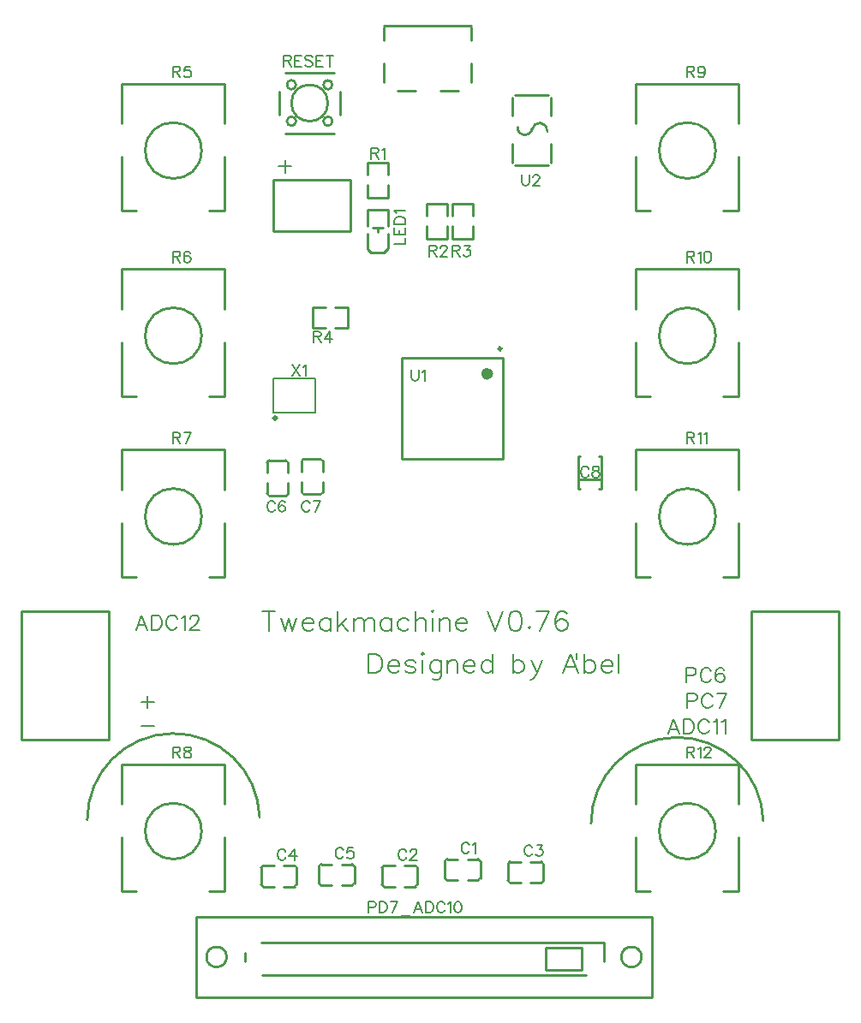
<source format=gto>
G04 Layer: TopSilkscreenLayer*
G04 EasyEDA v6.5.22, 2023-03-28 13:18:53*
G04 9d449dd0c0e0408fbd9c808f7c3628e3,f128b93731b54af8bf61243348d08170,10*
G04 Gerber Generator version 0.2*
G04 Scale: 100 percent, Rotated: No, Reflected: No *
G04 Dimensions in inches *
G04 leading zeros omitted , absolute positions ,3 integer and 6 decimal *
%FSLAX36Y36*%
%MOIN*%

%ADD10C,0.0080*%
%ADD11C,0.0060*%
%ADD12C,0.0100*%
%ADD13C,0.0236*%
%ADD14C,0.0118*%
%ADD15C,0.0124*%

%LPD*%
D10*
X2060000Y935700D02*
G01*
X2060000Y859400D01*
X2060000Y935700D02*
G01*
X2085500Y935700D01*
X2096400Y932100D01*
X2103599Y924800D01*
X2107299Y917500D01*
X2110900Y906599D01*
X2110900Y888499D01*
X2107299Y877500D01*
X2103599Y870300D01*
X2096400Y863000D01*
X2085500Y859400D01*
X2060000Y859400D01*
X2134899Y888499D02*
G01*
X2178500Y888499D01*
X2178500Y895700D01*
X2174899Y903000D01*
X2171300Y906599D01*
X2163999Y910300D01*
X2153100Y910300D01*
X2145799Y906599D01*
X2138500Y899400D01*
X2134899Y888499D01*
X2134899Y881199D01*
X2138500Y870300D01*
X2145799Y863000D01*
X2153100Y859400D01*
X2163999Y859400D01*
X2171300Y863000D01*
X2178500Y870300D01*
X2242500Y899400D02*
G01*
X2238900Y906599D01*
X2228000Y910300D01*
X2217100Y910300D01*
X2206199Y906599D01*
X2202500Y899400D01*
X2206199Y892100D01*
X2213500Y888499D01*
X2231599Y884800D01*
X2238900Y881199D01*
X2242500Y873899D01*
X2242500Y870300D01*
X2238900Y863000D01*
X2228000Y859400D01*
X2217100Y859400D01*
X2206199Y863000D01*
X2202500Y870300D01*
X2266499Y935700D02*
G01*
X2270200Y932100D01*
X2273800Y935700D01*
X2270200Y939400D01*
X2266499Y935700D01*
X2270200Y910300D02*
G01*
X2270200Y859400D01*
X2341499Y910300D02*
G01*
X2341499Y852100D01*
X2337799Y841199D01*
X2334200Y837500D01*
X2326899Y833899D01*
X2316000Y833899D01*
X2308699Y837500D01*
X2341499Y899400D02*
G01*
X2334200Y906599D01*
X2326899Y910300D01*
X2316000Y910300D01*
X2308699Y906599D01*
X2301499Y899400D01*
X2297799Y888499D01*
X2297799Y881199D01*
X2301499Y870300D01*
X2308699Y863000D01*
X2316000Y859400D01*
X2326899Y859400D01*
X2334200Y863000D01*
X2341499Y870300D01*
X2365500Y910300D02*
G01*
X2365500Y859400D01*
X2365500Y895700D02*
G01*
X2376400Y906599D01*
X2383599Y910300D01*
X2394499Y910300D01*
X2401800Y906599D01*
X2405500Y895700D01*
X2405500Y859400D01*
X2429499Y888499D02*
G01*
X2473100Y888499D01*
X2473100Y895700D01*
X2469499Y903000D01*
X2465799Y906599D01*
X2458500Y910300D01*
X2447600Y910300D01*
X2440399Y906599D01*
X2433100Y899400D01*
X2429499Y888499D01*
X2429499Y881199D01*
X2433100Y870300D01*
X2440399Y863000D01*
X2447600Y859400D01*
X2458500Y859400D01*
X2465799Y863000D01*
X2473100Y870300D01*
X2540699Y935700D02*
G01*
X2540699Y859400D01*
X2540699Y899400D02*
G01*
X2533500Y906599D01*
X2526199Y910300D01*
X2515299Y910300D01*
X2508000Y906599D01*
X2500699Y899400D01*
X2497100Y888499D01*
X2497100Y881199D01*
X2500699Y870300D01*
X2508000Y863000D01*
X2515299Y859400D01*
X2526199Y859400D01*
X2533500Y863000D01*
X2540699Y870300D01*
X2620699Y935700D02*
G01*
X2620699Y859400D01*
X2620699Y899400D02*
G01*
X2628000Y906599D01*
X2635299Y910300D01*
X2646199Y910300D01*
X2653500Y906599D01*
X2660699Y899400D01*
X2664399Y888499D01*
X2664399Y881199D01*
X2660699Y870300D01*
X2653500Y863000D01*
X2646199Y859400D01*
X2635299Y859400D01*
X2628000Y863000D01*
X2620699Y870300D01*
X2691999Y910300D02*
G01*
X2713800Y859400D01*
X2735600Y910300D02*
G01*
X2713800Y859400D01*
X2706499Y844800D01*
X2699300Y837500D01*
X2691999Y833899D01*
X2688400Y833899D01*
X2844700Y935700D02*
G01*
X2815600Y859400D01*
X2844700Y935700D02*
G01*
X2873800Y859400D01*
X2826499Y884800D02*
G01*
X2862899Y884800D01*
X2897799Y935700D02*
G01*
X2897799Y859400D01*
X2897799Y899400D02*
G01*
X2905100Y906599D01*
X2912399Y910300D01*
X2923299Y910300D01*
X2930500Y906599D01*
X2937799Y899400D01*
X2941499Y888499D01*
X2941499Y881199D01*
X2937799Y870300D01*
X2930500Y863000D01*
X2923299Y859400D01*
X2912399Y859400D01*
X2905100Y863000D01*
X2897799Y870300D01*
X2965500Y888499D02*
G01*
X3009099Y888499D01*
X3009099Y895700D01*
X3005500Y903000D01*
X3001800Y906599D01*
X2994499Y910300D01*
X2983599Y910300D01*
X2976400Y906599D01*
X2969099Y899400D01*
X2965500Y888499D01*
X2965500Y881199D01*
X2969099Y870300D01*
X2976400Y863000D01*
X2983599Y859400D01*
X2994499Y859400D01*
X3001800Y863000D01*
X3009099Y870300D01*
X3033100Y935700D02*
G01*
X3033100Y859400D01*
X1670500Y1100700D02*
G01*
X1670500Y1024400D01*
X1645000Y1100700D02*
G01*
X1695900Y1100700D01*
X1719899Y1075300D02*
G01*
X1734499Y1024400D01*
X1748999Y1075300D02*
G01*
X1734499Y1024400D01*
X1748999Y1075300D02*
G01*
X1763500Y1024400D01*
X1778100Y1075300D02*
G01*
X1763500Y1024400D01*
X1802100Y1053499D02*
G01*
X1845699Y1053499D01*
X1845699Y1060700D01*
X1842100Y1068000D01*
X1838500Y1071599D01*
X1831199Y1075300D01*
X1820299Y1075300D01*
X1813000Y1071599D01*
X1805699Y1064400D01*
X1802100Y1053499D01*
X1802100Y1046199D01*
X1805699Y1035300D01*
X1813000Y1028000D01*
X1820299Y1024400D01*
X1831199Y1024400D01*
X1838500Y1028000D01*
X1845699Y1035300D01*
X1913400Y1075300D02*
G01*
X1913400Y1024400D01*
X1913400Y1064400D02*
G01*
X1906099Y1071599D01*
X1898800Y1075300D01*
X1887899Y1075300D01*
X1880600Y1071599D01*
X1873400Y1064400D01*
X1869700Y1053499D01*
X1869700Y1046199D01*
X1873400Y1035300D01*
X1880600Y1028000D01*
X1887899Y1024400D01*
X1898800Y1024400D01*
X1906099Y1028000D01*
X1913400Y1035300D01*
X1937399Y1100700D02*
G01*
X1937399Y1024400D01*
X1973699Y1075300D02*
G01*
X1937399Y1038899D01*
X1951899Y1053499D02*
G01*
X1977399Y1024400D01*
X2001400Y1075300D02*
G01*
X2001400Y1024400D01*
X2001400Y1060700D02*
G01*
X2012299Y1071599D01*
X2019499Y1075300D01*
X2030500Y1075300D01*
X2037700Y1071599D01*
X2041400Y1060700D01*
X2041400Y1024400D01*
X2041400Y1060700D02*
G01*
X2052299Y1071599D01*
X2059499Y1075300D01*
X2070500Y1075300D01*
X2077700Y1071599D01*
X2081400Y1060700D01*
X2081400Y1024400D01*
X2148999Y1075300D02*
G01*
X2148999Y1024400D01*
X2148999Y1064400D02*
G01*
X2141700Y1071599D01*
X2134499Y1075300D01*
X2123500Y1075300D01*
X2116300Y1071599D01*
X2108999Y1064400D01*
X2105399Y1053499D01*
X2105399Y1046199D01*
X2108999Y1035300D01*
X2116300Y1028000D01*
X2123500Y1024400D01*
X2134499Y1024400D01*
X2141700Y1028000D01*
X2148999Y1035300D01*
X2216599Y1064400D02*
G01*
X2209399Y1071599D01*
X2202100Y1075300D01*
X2191199Y1075300D01*
X2183900Y1071599D01*
X2176599Y1064400D01*
X2173000Y1053499D01*
X2173000Y1046199D01*
X2176599Y1035300D01*
X2183900Y1028000D01*
X2191199Y1024400D01*
X2202100Y1024400D01*
X2209399Y1028000D01*
X2216599Y1035300D01*
X2240600Y1100700D02*
G01*
X2240600Y1024400D01*
X2240600Y1060700D02*
G01*
X2251499Y1071599D01*
X2258800Y1075300D01*
X2269700Y1075300D01*
X2276999Y1071599D01*
X2280600Y1060700D01*
X2280600Y1024400D01*
X2304600Y1100700D02*
G01*
X2308299Y1097100D01*
X2311899Y1100700D01*
X2308299Y1104400D01*
X2304600Y1100700D01*
X2308299Y1075300D02*
G01*
X2308299Y1024400D01*
X2335900Y1075300D02*
G01*
X2335900Y1024400D01*
X2335900Y1060700D02*
G01*
X2346800Y1071599D01*
X2354099Y1075300D01*
X2365000Y1075300D01*
X2372299Y1071599D01*
X2375900Y1060700D01*
X2375900Y1024400D01*
X2399899Y1053499D02*
G01*
X2443500Y1053499D01*
X2443500Y1060700D01*
X2439899Y1068000D01*
X2436300Y1071599D01*
X2428999Y1075300D01*
X2418100Y1075300D01*
X2410799Y1071599D01*
X2403500Y1064400D01*
X2399899Y1053499D01*
X2399899Y1046199D01*
X2403500Y1035300D01*
X2410799Y1028000D01*
X2418100Y1024400D01*
X2428999Y1024400D01*
X2436300Y1028000D01*
X2443500Y1035300D01*
X2523500Y1100700D02*
G01*
X2552600Y1024400D01*
X2581700Y1100700D02*
G01*
X2552600Y1024400D01*
X2627500Y1100700D02*
G01*
X2616599Y1097100D01*
X2609399Y1086199D01*
X2605699Y1068000D01*
X2605699Y1057100D01*
X2609399Y1038899D01*
X2616599Y1028000D01*
X2627500Y1024400D01*
X2634799Y1024400D01*
X2645699Y1028000D01*
X2653000Y1038899D01*
X2656599Y1057100D01*
X2656599Y1068000D01*
X2653000Y1086199D01*
X2645699Y1097100D01*
X2634799Y1100700D01*
X2627500Y1100700D01*
X2684300Y1042500D02*
G01*
X2680600Y1038899D01*
X2684300Y1035300D01*
X2687899Y1038899D01*
X2684300Y1042500D01*
X2762799Y1100700D02*
G01*
X2726499Y1024400D01*
X2711899Y1100700D02*
G01*
X2762799Y1100700D01*
X2830500Y1089800D02*
G01*
X2826800Y1097100D01*
X2815900Y1100700D01*
X2808599Y1100700D01*
X2797700Y1097100D01*
X2790500Y1086199D01*
X2786800Y1068000D01*
X2786800Y1049800D01*
X2790500Y1035300D01*
X2797700Y1028000D01*
X2808599Y1024400D01*
X2812299Y1024400D01*
X2823199Y1028000D01*
X2830500Y1035300D01*
X2834099Y1046199D01*
X2834099Y1049800D01*
X2830500Y1060700D01*
X2823199Y1068000D01*
X2812299Y1071599D01*
X2808599Y1071599D01*
X2797700Y1068000D01*
X2790500Y1060700D01*
X2786800Y1049800D01*
X2867299Y936599D02*
G01*
X2867299Y914800D01*
X3295000Y880500D02*
G01*
X3295000Y823299D01*
X3295000Y880500D02*
G01*
X3319499Y880500D01*
X3327700Y877800D01*
X3330500Y875100D01*
X3333199Y869600D01*
X3333199Y861500D01*
X3330500Y855999D01*
X3327700Y853299D01*
X3319499Y850500D01*
X3295000Y850500D01*
X3392100Y866900D02*
G01*
X3389399Y872399D01*
X3383900Y877800D01*
X3378500Y880500D01*
X3367500Y880500D01*
X3362100Y877800D01*
X3356599Y872399D01*
X3353900Y866900D01*
X3351199Y858699D01*
X3351199Y845100D01*
X3353900Y836900D01*
X3356599Y831500D01*
X3362100Y825999D01*
X3367500Y823299D01*
X3378500Y823299D01*
X3383900Y825999D01*
X3389399Y831500D01*
X3392100Y836900D01*
X3442799Y872399D02*
G01*
X3440100Y877800D01*
X3431899Y880500D01*
X3426499Y880500D01*
X3418299Y877800D01*
X3412799Y869600D01*
X3410100Y855999D01*
X3410100Y842399D01*
X3412799Y831500D01*
X3418299Y825999D01*
X3426499Y823299D01*
X3429200Y823299D01*
X3437399Y825999D01*
X3442799Y831500D01*
X3445500Y839600D01*
X3445500Y842399D01*
X3442799Y850500D01*
X3437399Y855999D01*
X3429200Y858699D01*
X3426499Y858699D01*
X3418299Y855999D01*
X3412799Y850500D01*
X3410100Y842399D01*
X3300000Y780500D02*
G01*
X3300000Y723299D01*
X3300000Y780500D02*
G01*
X3324499Y780500D01*
X3332700Y777800D01*
X3335500Y775100D01*
X3338199Y769600D01*
X3338199Y761500D01*
X3335500Y755999D01*
X3332700Y753299D01*
X3324499Y750500D01*
X3300000Y750500D01*
X3397100Y766900D02*
G01*
X3394399Y772399D01*
X3388900Y777800D01*
X3383500Y780500D01*
X3372500Y780500D01*
X3367100Y777800D01*
X3361599Y772399D01*
X3358900Y766900D01*
X3356199Y758699D01*
X3356199Y745100D01*
X3358900Y736900D01*
X3361599Y731500D01*
X3367100Y725999D01*
X3372500Y723299D01*
X3383500Y723299D01*
X3388900Y725999D01*
X3394399Y731500D01*
X3397100Y736900D01*
X3453299Y780500D02*
G01*
X3426000Y723299D01*
X3415100Y780500D02*
G01*
X3453299Y780500D01*
X3246800Y680500D02*
G01*
X3225000Y623299D01*
X3246800Y680500D02*
G01*
X3268599Y623299D01*
X3233199Y642399D02*
G01*
X3260500Y642399D01*
X3286599Y680500D02*
G01*
X3286599Y623299D01*
X3286599Y680500D02*
G01*
X3305699Y680500D01*
X3313900Y677800D01*
X3319399Y672399D01*
X3322100Y666900D01*
X3324799Y658699D01*
X3324799Y645100D01*
X3322100Y636900D01*
X3319399Y631500D01*
X3313900Y625999D01*
X3305699Y623299D01*
X3286599Y623299D01*
X3383699Y666900D02*
G01*
X3381000Y672399D01*
X3375500Y677800D01*
X3370100Y680500D01*
X3359200Y680500D01*
X3353699Y677800D01*
X3348299Y672399D01*
X3345500Y666900D01*
X3342799Y658699D01*
X3342799Y645100D01*
X3345500Y636900D01*
X3348299Y631500D01*
X3353699Y625999D01*
X3359200Y623299D01*
X3370100Y623299D01*
X3375500Y625999D01*
X3381000Y631500D01*
X3383699Y636900D01*
X3401700Y669600D02*
G01*
X3407200Y672399D01*
X3415399Y680500D01*
X3415399Y623299D01*
X3433400Y669600D02*
G01*
X3438800Y672399D01*
X3446999Y680500D01*
X3446999Y623299D01*
X1176800Y1085500D02*
G01*
X1155000Y1028299D01*
X1176800Y1085500D02*
G01*
X1198599Y1028299D01*
X1163199Y1047399D02*
G01*
X1190500Y1047399D01*
X1216599Y1085500D02*
G01*
X1216599Y1028299D01*
X1216599Y1085500D02*
G01*
X1235699Y1085500D01*
X1243900Y1082800D01*
X1249399Y1077399D01*
X1252100Y1071900D01*
X1254799Y1063699D01*
X1254799Y1050100D01*
X1252100Y1041900D01*
X1249399Y1036500D01*
X1243900Y1030999D01*
X1235699Y1028299D01*
X1216599Y1028299D01*
X1313699Y1071900D02*
G01*
X1311000Y1077399D01*
X1305500Y1082800D01*
X1300100Y1085500D01*
X1289200Y1085500D01*
X1283699Y1082800D01*
X1278299Y1077399D01*
X1275500Y1071900D01*
X1272799Y1063699D01*
X1272799Y1050100D01*
X1275500Y1041900D01*
X1278299Y1036500D01*
X1283699Y1030999D01*
X1289200Y1028299D01*
X1300100Y1028299D01*
X1305500Y1030999D01*
X1311000Y1036500D01*
X1313699Y1041900D01*
X1331700Y1074600D02*
G01*
X1337200Y1077399D01*
X1345399Y1085500D01*
X1345399Y1028299D01*
X1366099Y1071900D02*
G01*
X1366099Y1074600D01*
X1368800Y1080100D01*
X1371499Y1082800D01*
X1376999Y1085500D01*
X1387899Y1085500D01*
X1393400Y1082800D01*
X1396099Y1080100D01*
X1398800Y1074600D01*
X1398800Y1069200D01*
X1396099Y1063699D01*
X1390600Y1055500D01*
X1363400Y1028299D01*
X1401499Y1028299D01*
X1175000Y652800D02*
G01*
X1224099Y652800D01*
X1199499Y772399D02*
G01*
X1199499Y723299D01*
X1175000Y747800D02*
G01*
X1224099Y747800D01*
X1734499Y2857399D02*
G01*
X1734499Y2808299D01*
X1710000Y2832800D02*
G01*
X1759099Y2832800D01*
D11*
X2655005Y2800399D02*
G01*
X2655005Y2769699D01*
X2657004Y2763600D01*
X2661104Y2759499D01*
X2667304Y2757500D01*
X2671405Y2757500D01*
X2677505Y2759499D01*
X2681604Y2763600D01*
X2683604Y2769699D01*
X2683604Y2800399D01*
X2699205Y2790200D02*
G01*
X2699205Y2792199D01*
X2701205Y2796300D01*
X2703305Y2798400D01*
X2707404Y2800399D01*
X2715505Y2800399D01*
X2719605Y2798400D01*
X2721705Y2796300D01*
X2723705Y2792199D01*
X2723705Y2788099D01*
X2721705Y2784000D01*
X2717605Y2777899D01*
X2697105Y2757500D01*
X2725805Y2757500D01*
X2225000Y2040399D02*
G01*
X2225000Y2009699D01*
X2226999Y2003600D01*
X2231099Y1999499D01*
X2237299Y1997500D01*
X2241400Y1997500D01*
X2247500Y1999499D01*
X2251599Y2003600D01*
X2253599Y2009699D01*
X2253599Y2040399D01*
X2267100Y2032199D02*
G01*
X2271199Y2034299D01*
X2277399Y2040399D01*
X2277399Y1997500D01*
X2451329Y190199D02*
G01*
X2449229Y194299D01*
X2445129Y198400D01*
X2441130Y200399D01*
X2432929Y200399D01*
X2428829Y198400D01*
X2424729Y194299D01*
X2422629Y190199D01*
X2420630Y184000D01*
X2420630Y173800D01*
X2422629Y167699D01*
X2424729Y163600D01*
X2428829Y159499D01*
X2432929Y157500D01*
X2441130Y157500D01*
X2445129Y159499D01*
X2449229Y163600D01*
X2451329Y167699D01*
X2464830Y192199D02*
G01*
X2468930Y194299D01*
X2475029Y200399D01*
X2475029Y157500D01*
X2206329Y165199D02*
G01*
X2204229Y169299D01*
X2200129Y173400D01*
X2196130Y175399D01*
X2187929Y175399D01*
X2183829Y173400D01*
X2179729Y169299D01*
X2177629Y165199D01*
X2175630Y159000D01*
X2175630Y148800D01*
X2177629Y142699D01*
X2179729Y138600D01*
X2183829Y134499D01*
X2187929Y132500D01*
X2196130Y132500D01*
X2200129Y134499D01*
X2204229Y138600D01*
X2206329Y142699D01*
X2221830Y165199D02*
G01*
X2221830Y167199D01*
X2223930Y171300D01*
X2225929Y173400D01*
X2230029Y175399D01*
X2238230Y175399D01*
X2242330Y173400D01*
X2244330Y171300D01*
X2246430Y167199D01*
X2246430Y163099D01*
X2244330Y159000D01*
X2240230Y152899D01*
X2219830Y132500D01*
X2248429Y132500D01*
X2696329Y180199D02*
G01*
X2694229Y184299D01*
X2690129Y188400D01*
X2686130Y190399D01*
X2677929Y190399D01*
X2673829Y188400D01*
X2669729Y184299D01*
X2667629Y180199D01*
X2665630Y174000D01*
X2665630Y163800D01*
X2667629Y157699D01*
X2669729Y153600D01*
X2673829Y149499D01*
X2677929Y147500D01*
X2686130Y147500D01*
X2690129Y149499D01*
X2694229Y153600D01*
X2696329Y157699D01*
X2713930Y190399D02*
G01*
X2736430Y190399D01*
X2724129Y174000D01*
X2730230Y174000D01*
X2734330Y171999D01*
X2736430Y170000D01*
X2738429Y163800D01*
X2738429Y159699D01*
X2736430Y153600D01*
X2732330Y149499D01*
X2726130Y147500D01*
X2720029Y147500D01*
X2713930Y149499D01*
X2711830Y151500D01*
X2709830Y155599D01*
X1736329Y165199D02*
G01*
X1734229Y169299D01*
X1730129Y173400D01*
X1726130Y175399D01*
X1717929Y175399D01*
X1713829Y173400D01*
X1709729Y169299D01*
X1707629Y165199D01*
X1705630Y159000D01*
X1705630Y148800D01*
X1707629Y142699D01*
X1709729Y138600D01*
X1713829Y134499D01*
X1717929Y132500D01*
X1726130Y132500D01*
X1730129Y134499D01*
X1734229Y138600D01*
X1736329Y142699D01*
X1770230Y175399D02*
G01*
X1749830Y146799D01*
X1780529Y146799D01*
X1770230Y175399D02*
G01*
X1770230Y132500D01*
X2070000Y2905399D02*
G01*
X2070000Y2862500D01*
X2070000Y2905399D02*
G01*
X2088400Y2905399D01*
X2094499Y2903400D01*
X2096599Y2901300D01*
X2098599Y2897199D01*
X2098599Y2893099D01*
X2096599Y2889000D01*
X2094499Y2886999D01*
X2088400Y2885000D01*
X2070000Y2885000D01*
X2084300Y2885000D02*
G01*
X2098599Y2862500D01*
X2112100Y2897199D02*
G01*
X2116199Y2899299D01*
X2122399Y2905399D01*
X2122399Y2862500D01*
X2159600Y2530000D02*
G01*
X2202500Y2530000D01*
X2202500Y2530000D02*
G01*
X2202500Y2554499D01*
X2159600Y2568000D02*
G01*
X2202500Y2568000D01*
X2159600Y2568000D02*
G01*
X2159600Y2594600D01*
X2180000Y2568000D02*
G01*
X2180000Y2584400D01*
X2202500Y2568000D02*
G01*
X2202500Y2594600D01*
X2159600Y2608099D02*
G01*
X2202500Y2608099D01*
X2159600Y2608099D02*
G01*
X2159600Y2622500D01*
X2161599Y2628600D01*
X2165699Y2632700D01*
X2169799Y2634699D01*
X2176000Y2636799D01*
X2186199Y2636799D01*
X2192299Y2634699D01*
X2196400Y2632700D01*
X2200500Y2628600D01*
X2202500Y2622500D01*
X2202500Y2608099D01*
X2167799Y2650300D02*
G01*
X2165699Y2654400D01*
X2159600Y2660500D01*
X2202500Y2660500D01*
X2060000Y-29600D02*
G01*
X2060000Y-72500D01*
X2060000Y-29600D02*
G01*
X2078400Y-29600D01*
X2084499Y-31599D01*
X2086599Y-33699D01*
X2088599Y-37800D01*
X2088599Y-43899D01*
X2086599Y-48000D01*
X2084499Y-50000D01*
X2078400Y-52100D01*
X2060000Y-52100D01*
X2102100Y-29600D02*
G01*
X2102100Y-72500D01*
X2102100Y-29600D02*
G01*
X2116499Y-29600D01*
X2122600Y-31599D01*
X2126700Y-35700D01*
X2128699Y-39800D01*
X2130799Y-45999D01*
X2130799Y-56199D01*
X2128699Y-62300D01*
X2126700Y-66399D01*
X2122600Y-70500D01*
X2116499Y-72500D01*
X2102100Y-72500D01*
X2172899Y-29600D02*
G01*
X2152500Y-72500D01*
X2144300Y-29600D02*
G01*
X2172899Y-29600D01*
X2186400Y-86900D02*
G01*
X2223199Y-86900D01*
X2253100Y-29600D02*
G01*
X2236700Y-72500D01*
X2253100Y-29600D02*
G01*
X2269499Y-72500D01*
X2242899Y-58200D02*
G01*
X2263299Y-58200D01*
X2283000Y-29600D02*
G01*
X2283000Y-72500D01*
X2283000Y-29600D02*
G01*
X2297299Y-29600D01*
X2303400Y-31599D01*
X2307500Y-35700D01*
X2309499Y-39800D01*
X2311599Y-45999D01*
X2311599Y-56199D01*
X2309499Y-62300D01*
X2307500Y-66399D01*
X2303400Y-70500D01*
X2297299Y-72500D01*
X2283000Y-72500D01*
X2355799Y-39800D02*
G01*
X2353699Y-35700D01*
X2349600Y-31599D01*
X2345500Y-29600D01*
X2337399Y-29600D01*
X2333299Y-31599D01*
X2329200Y-35700D01*
X2327100Y-39800D01*
X2325100Y-45999D01*
X2325100Y-56199D01*
X2327100Y-62300D01*
X2329200Y-66399D01*
X2333299Y-70500D01*
X2337399Y-72500D01*
X2345500Y-72500D01*
X2349600Y-70500D01*
X2353699Y-66399D01*
X2355799Y-62300D01*
X2369300Y-37800D02*
G01*
X2373400Y-35700D01*
X2379499Y-29600D01*
X2379499Y-72500D01*
X2405299Y-29600D02*
G01*
X2399099Y-31599D01*
X2395000Y-37800D01*
X2393000Y-48000D01*
X2393000Y-54099D01*
X2395000Y-64400D01*
X2399099Y-70500D01*
X2405299Y-72500D01*
X2409399Y-72500D01*
X2415500Y-70500D01*
X2419600Y-64400D01*
X2421599Y-54099D01*
X2421599Y-48000D01*
X2419600Y-37800D01*
X2415500Y-31599D01*
X2409399Y-29600D01*
X2405299Y-29600D01*
X1730000Y3265399D02*
G01*
X1730000Y3222500D01*
X1730000Y3265399D02*
G01*
X1748400Y3265399D01*
X1754499Y3263400D01*
X1756599Y3261300D01*
X1758599Y3257199D01*
X1758599Y3253099D01*
X1756599Y3249000D01*
X1754499Y3246999D01*
X1748400Y3245000D01*
X1730000Y3245000D01*
X1744300Y3245000D02*
G01*
X1758599Y3222500D01*
X1772100Y3265399D02*
G01*
X1772100Y3222500D01*
X1772100Y3265399D02*
G01*
X1798699Y3265399D01*
X1772100Y3245000D02*
G01*
X1788500Y3245000D01*
X1772100Y3222500D02*
G01*
X1798699Y3222500D01*
X1840900Y3259299D02*
G01*
X1836800Y3263400D01*
X1830600Y3265399D01*
X1822500Y3265399D01*
X1816300Y3263400D01*
X1812200Y3259299D01*
X1812200Y3255200D01*
X1814300Y3251100D01*
X1816300Y3249000D01*
X1820399Y3246999D01*
X1832700Y3242899D01*
X1836800Y3240900D01*
X1838800Y3238800D01*
X1840900Y3234699D01*
X1840900Y3228600D01*
X1836800Y3224499D01*
X1830600Y3222500D01*
X1822500Y3222500D01*
X1816300Y3224499D01*
X1812200Y3228600D01*
X1854399Y3265399D02*
G01*
X1854399Y3222500D01*
X1854399Y3265399D02*
G01*
X1881000Y3265399D01*
X1854399Y3245000D02*
G01*
X1870699Y3245000D01*
X1854399Y3222500D02*
G01*
X1881000Y3222500D01*
X1908800Y3265399D02*
G01*
X1908800Y3222500D01*
X1894499Y3265399D02*
G01*
X1923100Y3265399D01*
X1761809Y2060210D02*
G01*
X1790410Y2017310D01*
X1790410Y2060210D02*
G01*
X1761809Y2017310D01*
X1803909Y2052010D02*
G01*
X1808010Y2054110D01*
X1814210Y2060210D01*
X1814210Y2017310D01*
X1845000Y2190399D02*
G01*
X1845000Y2147500D01*
X1845000Y2190399D02*
G01*
X1863400Y2190399D01*
X1869499Y2188400D01*
X1871599Y2186300D01*
X1873599Y2182199D01*
X1873599Y2178099D01*
X1871599Y2174000D01*
X1869499Y2171999D01*
X1863400Y2170000D01*
X1845000Y2170000D01*
X1859300Y2170000D02*
G01*
X1873599Y2147500D01*
X1907600Y2190399D02*
G01*
X1887100Y2161799D01*
X1917799Y2161799D01*
X1907600Y2190399D02*
G01*
X1907600Y2147500D01*
X1961329Y170199D02*
G01*
X1959229Y174299D01*
X1955129Y178400D01*
X1951130Y180399D01*
X1942929Y180399D01*
X1938829Y178400D01*
X1934729Y174299D01*
X1932629Y170199D01*
X1930630Y164000D01*
X1930630Y153800D01*
X1932629Y147699D01*
X1934729Y143600D01*
X1938829Y139499D01*
X1942929Y137500D01*
X1951130Y137500D01*
X1955129Y139499D01*
X1959229Y143600D01*
X1961329Y147699D01*
X1999330Y180399D02*
G01*
X1978930Y180399D01*
X1976830Y161999D01*
X1978930Y164000D01*
X1985029Y166100D01*
X1991130Y166100D01*
X1997330Y164000D01*
X2001430Y160000D01*
X2003429Y153800D01*
X2003429Y149699D01*
X2001430Y143600D01*
X1997330Y139499D01*
X1991130Y137500D01*
X1985029Y137500D01*
X1978930Y139499D01*
X1976830Y141500D01*
X1974830Y145599D01*
X1298225Y3222604D02*
G01*
X1298225Y3179704D01*
X1298225Y3222604D02*
G01*
X1316625Y3222604D01*
X1322725Y3220605D01*
X1324825Y3218505D01*
X1326824Y3214405D01*
X1326824Y3210304D01*
X1324825Y3206205D01*
X1322725Y3204205D01*
X1316625Y3202204D01*
X1298225Y3202204D01*
X1312524Y3202204D02*
G01*
X1326824Y3179704D01*
X1364925Y3222604D02*
G01*
X1344425Y3222604D01*
X1342425Y3204205D01*
X1344425Y3206205D01*
X1350625Y3208305D01*
X1356724Y3208305D01*
X1362825Y3206205D01*
X1366925Y3202204D01*
X1369025Y3196005D01*
X1369025Y3191905D01*
X1366925Y3185805D01*
X1362825Y3181705D01*
X1356724Y3179704D01*
X1350625Y3179704D01*
X1344425Y3181705D01*
X1342425Y3183705D01*
X1340325Y3187804D01*
X1298225Y2501354D02*
G01*
X1298225Y2458454D01*
X1298225Y2501354D02*
G01*
X1316625Y2501354D01*
X1322725Y2499355D01*
X1324825Y2497255D01*
X1326824Y2493155D01*
X1326824Y2489054D01*
X1324825Y2484955D01*
X1322725Y2482955D01*
X1316625Y2480954D01*
X1298225Y2480954D01*
X1312524Y2480954D02*
G01*
X1326824Y2458454D01*
X1364925Y2495255D02*
G01*
X1362825Y2499355D01*
X1356724Y2501354D01*
X1352624Y2501354D01*
X1346525Y2499355D01*
X1342425Y2493155D01*
X1340325Y2482955D01*
X1340325Y2472755D01*
X1342425Y2464555D01*
X1346525Y2460455D01*
X1352624Y2458454D01*
X1354724Y2458454D01*
X1360825Y2460455D01*
X1364925Y2464555D01*
X1366925Y2470655D01*
X1366925Y2472755D01*
X1364925Y2478854D01*
X1360825Y2482955D01*
X1354724Y2484955D01*
X1352624Y2484955D01*
X1346525Y2482955D01*
X1342425Y2478854D01*
X1340325Y2472755D01*
X1298225Y1797604D02*
G01*
X1298225Y1754704D01*
X1298225Y1797604D02*
G01*
X1316625Y1797604D01*
X1322725Y1795605D01*
X1324825Y1793505D01*
X1326824Y1789405D01*
X1326824Y1785304D01*
X1324825Y1781205D01*
X1322725Y1779205D01*
X1316625Y1777204D01*
X1298225Y1777204D01*
X1312524Y1777204D02*
G01*
X1326824Y1754704D01*
X1369025Y1797604D02*
G01*
X1348524Y1754704D01*
X1340325Y1797604D02*
G01*
X1369025Y1797604D01*
X1298225Y572604D02*
G01*
X1298225Y529704D01*
X1298225Y572604D02*
G01*
X1316625Y572604D01*
X1322725Y570605D01*
X1324825Y568505D01*
X1326824Y564405D01*
X1326824Y560304D01*
X1324825Y556204D01*
X1322725Y554205D01*
X1316625Y552204D01*
X1298225Y552204D01*
X1312524Y552204D02*
G01*
X1326824Y529704D01*
X1350625Y572604D02*
G01*
X1344425Y570605D01*
X1342425Y566505D01*
X1342425Y562404D01*
X1344425Y558305D01*
X1348524Y556204D01*
X1356724Y554205D01*
X1362825Y552204D01*
X1366925Y548105D01*
X1369025Y544005D01*
X1369025Y537804D01*
X1366925Y533704D01*
X1364925Y531705D01*
X1358725Y529704D01*
X1350625Y529704D01*
X1344425Y531705D01*
X1342425Y533704D01*
X1340325Y537804D01*
X1340325Y544005D01*
X1342425Y548105D01*
X1346525Y552204D01*
X1352624Y554205D01*
X1360825Y556204D01*
X1364925Y558305D01*
X1366925Y562404D01*
X1366925Y566505D01*
X1364925Y570605D01*
X1358725Y572604D01*
X1350625Y572604D01*
X3298225Y3222604D02*
G01*
X3298225Y3179704D01*
X3298225Y3222604D02*
G01*
X3316625Y3222604D01*
X3322725Y3220605D01*
X3324825Y3218505D01*
X3326824Y3214405D01*
X3326824Y3210304D01*
X3324825Y3206205D01*
X3322725Y3204205D01*
X3316625Y3202204D01*
X3298225Y3202204D01*
X3312524Y3202204D02*
G01*
X3326824Y3179704D01*
X3366925Y3208305D02*
G01*
X3364925Y3202204D01*
X3360825Y3198105D01*
X3354724Y3196005D01*
X3352624Y3196005D01*
X3346525Y3198105D01*
X3342425Y3202204D01*
X3340325Y3208305D01*
X3340325Y3210304D01*
X3342425Y3216505D01*
X3346525Y3220605D01*
X3352624Y3222604D01*
X3354724Y3222604D01*
X3360825Y3220605D01*
X3364925Y3216505D01*
X3366925Y3208305D01*
X3366925Y3198105D01*
X3364925Y3187804D01*
X3360825Y3181705D01*
X3354724Y3179704D01*
X3350625Y3179704D01*
X3344425Y3181705D01*
X3342425Y3185805D01*
X3298225Y2501354D02*
G01*
X3298225Y2458454D01*
X3298225Y2501354D02*
G01*
X3316625Y2501354D01*
X3322725Y2499355D01*
X3324825Y2497255D01*
X3326824Y2493155D01*
X3326824Y2489054D01*
X3324825Y2484955D01*
X3322725Y2482955D01*
X3316625Y2480954D01*
X3298225Y2480954D01*
X3312524Y2480954D02*
G01*
X3326824Y2458454D01*
X3340325Y2493155D02*
G01*
X3344425Y2495255D01*
X3350625Y2501354D01*
X3350625Y2458454D01*
X3376324Y2501354D02*
G01*
X3370225Y2499355D01*
X3366125Y2493155D01*
X3364125Y2482955D01*
X3364125Y2476855D01*
X3366125Y2466554D01*
X3370225Y2460455D01*
X3376324Y2458454D01*
X3380424Y2458454D01*
X3386625Y2460455D01*
X3390725Y2466554D01*
X3392725Y2476855D01*
X3392725Y2482955D01*
X3390725Y2493155D01*
X3386625Y2499355D01*
X3380424Y2501354D01*
X3376324Y2501354D01*
X3298225Y1797604D02*
G01*
X3298225Y1754704D01*
X3298225Y1797604D02*
G01*
X3316625Y1797604D01*
X3322725Y1795605D01*
X3324825Y1793505D01*
X3326824Y1789405D01*
X3326824Y1785304D01*
X3324825Y1781205D01*
X3322725Y1779205D01*
X3316625Y1777204D01*
X3298225Y1777204D01*
X3312524Y1777204D02*
G01*
X3326824Y1754704D01*
X3340325Y1789405D02*
G01*
X3344425Y1791505D01*
X3350625Y1797604D01*
X3350625Y1754704D01*
X3364125Y1789405D02*
G01*
X3368225Y1791505D01*
X3374324Y1797604D01*
X3374324Y1754704D01*
X3298225Y572604D02*
G01*
X3298225Y529704D01*
X3298225Y572604D02*
G01*
X3316625Y572604D01*
X3322725Y570605D01*
X3324825Y568505D01*
X3326824Y564405D01*
X3326824Y560304D01*
X3324825Y556204D01*
X3322725Y554205D01*
X3316625Y552204D01*
X3298225Y552204D01*
X3312524Y552204D02*
G01*
X3326824Y529704D01*
X3340325Y564405D02*
G01*
X3344425Y566505D01*
X3350625Y572604D01*
X3350625Y529704D01*
X3366125Y562404D02*
G01*
X3366125Y564405D01*
X3368225Y568505D01*
X3370225Y570605D01*
X3374324Y572604D01*
X3382524Y572604D01*
X3386625Y570605D01*
X3388625Y568505D01*
X3390725Y564405D01*
X3390725Y560304D01*
X3388625Y556204D01*
X3384525Y550104D01*
X3364125Y529704D01*
X3392725Y529704D01*
X2295000Y2525399D02*
G01*
X2295000Y2482500D01*
X2295000Y2525399D02*
G01*
X2313400Y2525399D01*
X2319499Y2523400D01*
X2321599Y2521300D01*
X2323599Y2517199D01*
X2323599Y2513099D01*
X2321599Y2509000D01*
X2319499Y2506999D01*
X2313400Y2505000D01*
X2295000Y2505000D01*
X2309300Y2505000D02*
G01*
X2323599Y2482500D01*
X2339200Y2515200D02*
G01*
X2339200Y2517199D01*
X2341199Y2521300D01*
X2343299Y2523400D01*
X2347399Y2525399D01*
X2355500Y2525399D01*
X2359600Y2523400D01*
X2361700Y2521300D01*
X2363699Y2517199D01*
X2363699Y2513099D01*
X2361700Y2509000D01*
X2357600Y2502899D01*
X2337100Y2482500D01*
X2365799Y2482500D01*
X2385000Y2525399D02*
G01*
X2385000Y2482500D01*
X2385000Y2525399D02*
G01*
X2403400Y2525399D01*
X2409499Y2523400D01*
X2411599Y2521300D01*
X2413599Y2517199D01*
X2413599Y2513099D01*
X2411599Y2509000D01*
X2409499Y2506999D01*
X2403400Y2505000D01*
X2385000Y2505000D01*
X2399300Y2505000D02*
G01*
X2413599Y2482500D01*
X2431199Y2525399D02*
G01*
X2453699Y2525399D01*
X2441499Y2509000D01*
X2447600Y2509000D01*
X2451700Y2506999D01*
X2453699Y2505000D01*
X2455799Y2498800D01*
X2455799Y2494699D01*
X2453699Y2488600D01*
X2449600Y2484499D01*
X2443500Y2482500D01*
X2437399Y2482500D01*
X2431199Y2484499D01*
X2429200Y2486500D01*
X2427100Y2490599D01*
X1695699Y1520199D02*
G01*
X1693599Y1524299D01*
X1689499Y1528400D01*
X1685500Y1530399D01*
X1677299Y1530399D01*
X1673199Y1528400D01*
X1669099Y1524299D01*
X1666999Y1520199D01*
X1665000Y1514000D01*
X1665000Y1503800D01*
X1666999Y1497699D01*
X1669099Y1493600D01*
X1673199Y1489499D01*
X1677299Y1487500D01*
X1685500Y1487500D01*
X1689499Y1489499D01*
X1693599Y1493600D01*
X1695699Y1497699D01*
X1733699Y1524299D02*
G01*
X1731700Y1528400D01*
X1725500Y1530399D01*
X1721499Y1530399D01*
X1715299Y1528400D01*
X1711199Y1522199D01*
X1709200Y1511999D01*
X1709200Y1501799D01*
X1711199Y1493600D01*
X1715299Y1489499D01*
X1721499Y1487500D01*
X1723500Y1487500D01*
X1729600Y1489499D01*
X1733699Y1493600D01*
X1735799Y1499699D01*
X1735799Y1501799D01*
X1733699Y1507899D01*
X1729600Y1511999D01*
X1723500Y1514000D01*
X1721499Y1514000D01*
X1715299Y1511999D01*
X1711199Y1507899D01*
X1709200Y1501799D01*
X1830699Y1520199D02*
G01*
X1828599Y1524299D01*
X1824499Y1528400D01*
X1820500Y1530399D01*
X1812299Y1530399D01*
X1808199Y1528400D01*
X1804099Y1524299D01*
X1801999Y1520199D01*
X1800000Y1514000D01*
X1800000Y1503800D01*
X1801999Y1497699D01*
X1804099Y1493600D01*
X1808199Y1489499D01*
X1812299Y1487500D01*
X1820500Y1487500D01*
X1824499Y1489499D01*
X1828599Y1493600D01*
X1830699Y1497699D01*
X1872799Y1530399D02*
G01*
X1852399Y1487500D01*
X1844200Y1530399D02*
G01*
X1872799Y1530399D01*
X2915699Y1655199D02*
G01*
X2913599Y1659299D01*
X2909499Y1663400D01*
X2905500Y1665399D01*
X2897299Y1665399D01*
X2893199Y1663400D01*
X2889099Y1659299D01*
X2886999Y1655199D01*
X2885000Y1649000D01*
X2885000Y1638800D01*
X2886999Y1632699D01*
X2889099Y1628600D01*
X2893199Y1624499D01*
X2897299Y1622500D01*
X2905500Y1622500D01*
X2909499Y1624499D01*
X2913599Y1628600D01*
X2915699Y1632699D01*
X2939399Y1665399D02*
G01*
X2933299Y1663400D01*
X2931199Y1659299D01*
X2931199Y1655199D01*
X2933299Y1651100D01*
X2937399Y1649000D01*
X2945500Y1646999D01*
X2951700Y1645000D01*
X2955799Y1640900D01*
X2957799Y1636799D01*
X2957799Y1630599D01*
X2955799Y1626500D01*
X2953699Y1624499D01*
X2947600Y1622500D01*
X2939399Y1622500D01*
X2933299Y1624499D01*
X2931199Y1626500D01*
X2929200Y1630599D01*
X2929200Y1636799D01*
X2931199Y1640900D01*
X2935299Y1645000D01*
X2941499Y1646999D01*
X2949600Y1649000D01*
X2953699Y1651100D01*
X2955799Y1655199D01*
X2955799Y1659299D01*
X2953699Y1663400D01*
X2947600Y1665399D01*
X2939399Y1665399D01*
D12*
X2620196Y2919881D02*
G01*
X2620198Y2849016D01*
X2769803Y2919884D02*
G01*
X2769801Y2849018D01*
X2620196Y3030118D02*
G01*
X2620198Y3100985D01*
X2767834Y3030118D02*
G01*
X2767834Y3100985D01*
X2630038Y2839171D02*
G01*
X2759961Y2839171D01*
X2759961Y3110826D02*
G01*
X2630038Y3110826D01*
X2581850Y1693150D02*
G01*
X2188149Y1693150D01*
X2188149Y1693150D02*
G01*
X2188149Y2086849D01*
X2188149Y2086849D02*
G01*
X2581850Y2086849D01*
X2581850Y2086849D02*
G01*
X2581850Y1693150D01*
X2493899Y126496D02*
G01*
X2493899Y63503D01*
X2356100Y126496D02*
G01*
X2356102Y63503D01*
X2444684Y54054D02*
G01*
X2486022Y54054D01*
X2444684Y135945D02*
G01*
X2486022Y135945D01*
X2405315Y54054D02*
G01*
X2363977Y54054D01*
X2405315Y135945D02*
G01*
X2363977Y135945D01*
X2356100Y127280D02*
G01*
X2356100Y126496D01*
X2356100Y128069D02*
G01*
X2356100Y126496D01*
X2356102Y61930D02*
G01*
X2356102Y63503D01*
X2493899Y128069D02*
G01*
X2493899Y126496D01*
X2493899Y61930D02*
G01*
X2493899Y63503D01*
X2248899Y101496D02*
G01*
X2248899Y38503D01*
X2111100Y101496D02*
G01*
X2111102Y38503D01*
X2199684Y29054D02*
G01*
X2241022Y29054D01*
X2199684Y110945D02*
G01*
X2241022Y110945D01*
X2160315Y29054D02*
G01*
X2118977Y29054D01*
X2160315Y110945D02*
G01*
X2118977Y110945D01*
X2111100Y102280D02*
G01*
X2111100Y101496D01*
X2111100Y103069D02*
G01*
X2111100Y101496D01*
X2111102Y36930D02*
G01*
X2111102Y38503D01*
X2248899Y103069D02*
G01*
X2248899Y101496D01*
X2248899Y36930D02*
G01*
X2248899Y38503D01*
X2738899Y116496D02*
G01*
X2738899Y53503D01*
X2601100Y116496D02*
G01*
X2601102Y53503D01*
X2689684Y44054D02*
G01*
X2731022Y44054D01*
X2689684Y125945D02*
G01*
X2731022Y125945D01*
X2650315Y44054D02*
G01*
X2608977Y44054D01*
X2650315Y125945D02*
G01*
X2608977Y125945D01*
X2601100Y117280D02*
G01*
X2601100Y116496D01*
X2601100Y118069D02*
G01*
X2601100Y116496D01*
X2601102Y51930D02*
G01*
X2601102Y53503D01*
X2738899Y118069D02*
G01*
X2738899Y116496D01*
X2738899Y51930D02*
G01*
X2738899Y53503D01*
X1778899Y101496D02*
G01*
X1778899Y38503D01*
X1641100Y101496D02*
G01*
X1641102Y38503D01*
X1729684Y29054D02*
G01*
X1771022Y29054D01*
X1729684Y110945D02*
G01*
X1771022Y110945D01*
X1690315Y29054D02*
G01*
X1648977Y29054D01*
X1690315Y110945D02*
G01*
X1648977Y110945D01*
X1641100Y102280D02*
G01*
X1641100Y101496D01*
X1641100Y103069D02*
G01*
X1641100Y101496D01*
X1641102Y36930D02*
G01*
X1641102Y38503D01*
X1778899Y103069D02*
G01*
X1778899Y101496D01*
X1778899Y36930D02*
G01*
X1778899Y38503D01*
X2054844Y2760315D02*
G01*
X2054844Y2711102D01*
X2135155Y2760315D02*
G01*
X2135155Y2711102D01*
X2054844Y2799684D02*
G01*
X2054844Y2848897D01*
X2135155Y2799684D02*
G01*
X2135155Y2848897D01*
X2054844Y2711100D02*
G01*
X2135155Y2711102D01*
X2054844Y2848897D02*
G01*
X2135155Y2848897D01*
X1690000Y2780000D02*
G01*
X1990000Y2780000D01*
X1990000Y2780000D02*
G01*
X1990000Y2580000D01*
X1690000Y2780000D02*
G01*
X1690000Y2590000D01*
X1690000Y2580000D01*
X1700000Y2580000D01*
X1990000Y2580000D01*
X2135050Y2602449D02*
G01*
X2135050Y2663449D01*
X2055050Y2663449D01*
X2055050Y2602449D01*
X2136049Y2571450D02*
G01*
X2136049Y2513449D01*
X2120050Y2497449D01*
X2070050Y2497449D01*
X2055050Y2512449D01*
X2055050Y2572449D01*
X2075315Y2592874D02*
G01*
X2114695Y2592874D01*
X2095000Y2588939D02*
G01*
X2095000Y2578350D01*
X1389171Y-87519D02*
G01*
X3160828Y-87519D01*
X3160828Y-87519D02*
G01*
X3160828Y-402480D01*
X1389171Y-87519D02*
G01*
X1389171Y-402480D01*
X1389171Y-402480D02*
G01*
X3160828Y-402480D01*
X1641211Y-190000D02*
G01*
X2975000Y-190000D01*
X2975000Y-261559D01*
X2905789Y-315000D02*
G01*
X1644210Y-315000D01*
X1580000Y-260819D02*
G01*
X1580000Y-229180D01*
X2750000Y-210000D02*
G01*
X2890000Y-210000D01*
X2890000Y-295000D01*
X2750000Y-295000D01*
X2750000Y-210000D01*
X1735349Y3198110D02*
G01*
X1924650Y3198110D01*
X1948109Y3125154D02*
G01*
X1948109Y3034845D01*
X1924650Y2961889D02*
G01*
X1735349Y2961889D01*
X1711890Y3034845D02*
G01*
X1711890Y3125154D01*
D10*
X1687318Y1873074D02*
G01*
X1852673Y1873074D01*
X1852673Y2006932D01*
X1687318Y2006932D01*
X1687318Y1873074D01*
D12*
X1929684Y2204843D02*
G01*
X1978897Y2204843D01*
X1929684Y2285156D02*
G01*
X1978897Y2285156D01*
X1890315Y2204843D02*
G01*
X1841102Y2204843D01*
X1890315Y2285156D02*
G01*
X1841102Y2285156D01*
X1978899Y2204843D02*
G01*
X1978897Y2285156D01*
X1841102Y2204843D02*
G01*
X1841102Y2285156D01*
X2408109Y3126938D02*
G01*
X2339211Y3126938D01*
X2119921Y3380776D02*
G01*
X2460078Y3380776D01*
X2240888Y3126824D02*
G01*
X2171989Y3126824D01*
X2460078Y3375434D02*
G01*
X2460078Y3322847D01*
X2460078Y3233782D02*
G01*
X2460078Y3162215D01*
X2119921Y3373434D02*
G01*
X2119921Y3322847D01*
X2119921Y3233782D02*
G01*
X2119921Y3162215D01*
X3550000Y1100000D02*
G01*
X3890000Y1100000D01*
X3890000Y600000D01*
X3890000Y600000D02*
G01*
X3550000Y600000D01*
X3550000Y600000D02*
G01*
X3550000Y1100000D01*
X1050000Y600000D02*
G01*
X710000Y600000D01*
X710000Y1100000D01*
X710000Y1100000D02*
G01*
X1050000Y1100000D01*
X1050000Y1100000D02*
G01*
X1050000Y600000D01*
X2003899Y106496D02*
G01*
X2003899Y43503D01*
X1866100Y106496D02*
G01*
X1866102Y43503D01*
X1954684Y34054D02*
G01*
X1996022Y34054D01*
X1954684Y115945D02*
G01*
X1996022Y115945D01*
X1915315Y34054D02*
G01*
X1873977Y34054D01*
X1915315Y115945D02*
G01*
X1873977Y115945D01*
X1866100Y107280D02*
G01*
X1866100Y106496D01*
X1866100Y108069D02*
G01*
X1866100Y106496D01*
X1866102Y41930D02*
G01*
X1866102Y43503D01*
X2003899Y108069D02*
G01*
X2003899Y106496D01*
X2003899Y41930D02*
G01*
X2003899Y43503D01*
X1440000Y2660000D02*
G01*
X1500000Y2660000D01*
X1500000Y2870000D01*
X1100000Y2870000D02*
G01*
X1100000Y2660000D01*
X1155000Y2660000D01*
X1100000Y3000000D02*
G01*
X1100000Y3155000D01*
X1500000Y3155000D01*
X1500000Y3000000D01*
X1440000Y1938750D02*
G01*
X1500000Y1938750D01*
X1500000Y2148750D01*
X1100000Y2148750D02*
G01*
X1100000Y1938750D01*
X1155000Y1938750D01*
X1100000Y2278750D02*
G01*
X1100000Y2433750D01*
X1500000Y2433750D01*
X1500000Y2278750D01*
X1440000Y1235000D02*
G01*
X1500000Y1235000D01*
X1500000Y1445000D01*
X1100000Y1445000D02*
G01*
X1100000Y1235000D01*
X1155000Y1235000D01*
X1100000Y1575000D02*
G01*
X1100000Y1730000D01*
X1500000Y1730000D01*
X1500000Y1575000D01*
X1440000Y10000D02*
G01*
X1500000Y10000D01*
X1500000Y220000D01*
X1100000Y220000D02*
G01*
X1100000Y10000D01*
X1155000Y10000D01*
X1100000Y350000D02*
G01*
X1100000Y505000D01*
X1500000Y505000D01*
X1500000Y350000D01*
X3440000Y2660000D02*
G01*
X3500000Y2660000D01*
X3500000Y2870000D01*
X3100000Y2870000D02*
G01*
X3100000Y2660000D01*
X3155000Y2660000D01*
X3100000Y3000000D02*
G01*
X3100000Y3155000D01*
X3500000Y3155000D01*
X3500000Y3000000D01*
X3440000Y1938750D02*
G01*
X3500000Y1938750D01*
X3500000Y2148750D01*
X3100000Y2148750D02*
G01*
X3100000Y1938750D01*
X3155000Y1938750D01*
X3100000Y2278750D02*
G01*
X3100000Y2433750D01*
X3500000Y2433750D01*
X3500000Y2278750D01*
X3440000Y1235000D02*
G01*
X3500000Y1235000D01*
X3500000Y1445000D01*
X3100000Y1445000D02*
G01*
X3100000Y1235000D01*
X3155000Y1235000D01*
X3100000Y1575000D02*
G01*
X3100000Y1730000D01*
X3500000Y1730000D01*
X3500000Y1575000D01*
X3440000Y10000D02*
G01*
X3500000Y10000D01*
X3500000Y220000D01*
X3100000Y220000D02*
G01*
X3100000Y10000D01*
X3155000Y10000D01*
X3100000Y350000D02*
G01*
X3100000Y505000D01*
X3500000Y505000D01*
X3500000Y350000D01*
X2365155Y2639684D02*
G01*
X2365155Y2688897D01*
X2284844Y2639684D02*
G01*
X2284844Y2688897D01*
X2365155Y2600315D02*
G01*
X2365155Y2551102D01*
X2284844Y2600315D02*
G01*
X2284844Y2551102D01*
X2365155Y2688899D02*
G01*
X2284844Y2688897D01*
X2365155Y2551102D02*
G01*
X2284844Y2551102D01*
X2465155Y2639684D02*
G01*
X2465155Y2688897D01*
X2384844Y2639684D02*
G01*
X2384844Y2688897D01*
X2465155Y2600315D02*
G01*
X2465155Y2551102D01*
X2384844Y2600315D02*
G01*
X2384844Y2551102D01*
X2465155Y2688899D02*
G01*
X2384844Y2688897D01*
X2465155Y2551102D02*
G01*
X2384844Y2551102D01*
X1673503Y1688899D02*
G01*
X1736495Y1688899D01*
X1673503Y1551100D02*
G01*
X1736496Y1551102D01*
X1745945Y1639684D02*
G01*
X1745945Y1681023D01*
X1664054Y1639684D02*
G01*
X1664054Y1681023D01*
X1745945Y1600315D02*
G01*
X1745945Y1558976D01*
X1664054Y1600315D02*
G01*
X1664054Y1558976D01*
X1672718Y1551100D02*
G01*
X1673503Y1551100D01*
X1671931Y1551100D02*
G01*
X1673503Y1551100D01*
X1738069Y1551102D02*
G01*
X1736496Y1551102D01*
X1671931Y1688899D02*
G01*
X1673503Y1688899D01*
X1738068Y1688899D02*
G01*
X1736495Y1688899D01*
X1808503Y1693899D02*
G01*
X1871495Y1693899D01*
X1808503Y1556100D02*
G01*
X1871496Y1556102D01*
X1880945Y1644684D02*
G01*
X1880945Y1686023D01*
X1799054Y1644684D02*
G01*
X1799054Y1686023D01*
X1880945Y1605315D02*
G01*
X1880945Y1563976D01*
X1799054Y1605315D02*
G01*
X1799054Y1563976D01*
X1807718Y1556100D02*
G01*
X1808503Y1556100D01*
X1806931Y1556100D02*
G01*
X1808503Y1556100D01*
X1873069Y1556102D02*
G01*
X1871496Y1556102D01*
X1806931Y1693899D02*
G01*
X1808503Y1693899D01*
X1873068Y1693899D02*
G01*
X1871495Y1693899D01*
X2965000Y1577006D02*
G01*
X2965000Y1634956D01*
X2965000Y1634956D01*
X2965000Y1702991D01*
X2875000Y1577008D02*
G01*
X2875000Y1702993D01*
X2875000Y1577008D02*
G01*
X2883341Y1577008D01*
X2956658Y1577008D02*
G01*
X2965000Y1577008D01*
X2875000Y1702993D02*
G01*
X2883341Y1702993D01*
X2956658Y1702993D02*
G01*
X2965000Y1702993D01*
X2875000Y1612851D02*
G01*
X2965000Y1612851D01*
G75*
G01*
X3595000Y285007D02*
G03*
X2924851Y275007I-335000J-9993D01*
G75*
G01*
X1635000Y300000D02*
G03*
X964851Y290000I-335000J-9993D01*
G75*
G01*
X2695000Y2980000D02*
G02*
X2640000Y2985000I-27484J2681D01*
G75*
G01*
X2695000Y2974955D02*
G02*
X2755000Y2970000I30000J-2477D01*
D13*
G75*
G01*
X2520800Y2014000D02*
G03*
X2520600Y2014000I-100J11811D01*
D14*
G75*
G01*
X2571000Y2117400D02*
G03*
X2570900Y2117400I-50J5906D01*
D12*
G75*
G01*
X2363977Y135945D02*
G03*
X2356101Y128069I0J-7876D01*
G75*
G01*
X2363977Y54055D02*
G02*
X2356102Y61930I0J7875D01*
G75*
G01*
X2486023Y135945D02*
G02*
X2493899Y128069I0J-7876D01*
G75*
G01*
X2486023Y54055D02*
G03*
X2493899Y61931I0J7876D01*
G75*
G01*
X2118977Y110945D02*
G03*
X2111101Y103069I0J-7876D01*
G75*
G01*
X2118977Y29055D02*
G02*
X2111102Y36930I0J7875D01*
G75*
G01*
X2241023Y110945D02*
G02*
X2248899Y103069I0J-7876D01*
G75*
G01*
X2241023Y29055D02*
G03*
X2248899Y36931I0J7876D01*
G75*
G01*
X2608977Y125945D02*
G03*
X2601101Y118069I0J-7876D01*
G75*
G01*
X2608977Y44055D02*
G02*
X2601102Y51930I0J7875D01*
G75*
G01*
X2731023Y125945D02*
G02*
X2738899Y118069I0J-7876D01*
G75*
G01*
X2731023Y44055D02*
G03*
X2738899Y51931I0J7876D01*
G75*
G01*
X1648977Y110945D02*
G03*
X1641101Y103069I0J-7876D01*
G75*
G01*
X1648977Y29055D02*
G02*
X1641102Y36930I0J7875D01*
G75*
G01*
X1771023Y110945D02*
G02*
X1778899Y103069I0J-7876D01*
G75*
G01*
X1771023Y29055D02*
G03*
X1778899Y36931I0J7876D01*
D14*
G75*
G01*
X1695196Y1859303D02*
G03*
X1695296Y1859303I50J-5906D01*
D12*
G75*
G01*
X1873977Y115945D02*
G03*
X1866101Y108069I0J-7876D01*
G75*
G01*
X1873977Y34055D02*
G02*
X1866102Y41930I0J7875D01*
G75*
G01*
X1996023Y115945D02*
G02*
X2003899Y108069I0J-7876D01*
G75*
G01*
X1996023Y34055D02*
G03*
X2003899Y41931I0J7876D01*
G75*
G01*
X1664055Y1558977D02*
G03*
X1671931Y1551101I7876J0D01*
G75*
G01*
X1745945Y1558977D02*
G02*
X1738070Y1551102I-7875J0D01*
G75*
G01*
X1664055Y1681023D02*
G02*
X1671931Y1688899I7876J0D01*
G75*
G01*
X1745945Y1681023D02*
G03*
X1738069Y1688899I-7876J0D01*
G75*
G01*
X1799055Y1563977D02*
G03*
X1806931Y1556101I7876J0D01*
G75*
G01*
X1880945Y1563977D02*
G02*
X1873070Y1556102I-7875J0D01*
G75*
G01*
X1799055Y1686023D02*
G02*
X1806931Y1693899I7876J0D01*
G75*
G01*
X1880945Y1686023D02*
G03*
X1873069Y1693899I-7876J0D01*
G75*
G01
X1507280Y-245000D02*
G03X1507280Y-245000I-39370J0D01*
G75*
G01
X3121460Y-245000D02*
G03X3121460Y-245000I-39370J0D01*
G75*
G01
X1900870Y3080000D02*
G03X1900870Y3080000I-70870J0D01*
G75*
G01
X1918480Y3150860D02*
G03X1918480Y3150860I-17610J0D01*
G75*
G01
X1776740Y3150870D02*
G03X1776740Y3150870I-17610J0D01*
G75*
G01
X1776740Y3009130D02*
G03X1776740Y3009130I-17610J0D01*
G75*
G01
X1918480Y3009130D02*
G03X1918480Y3009130I-17610J0D01*
G75*
G01
X1409210Y2895000D02*
G03X1409210Y2895000I-109200J0D01*
G75*
G01
X1409210Y2173750D02*
G03X1409210Y2173750I-109200J0D01*
G75*
G01
X1409210Y1470000D02*
G03X1409210Y1470000I-109200J0D01*
G75*
G01
X1409210Y245000D02*
G03X1409210Y245000I-109200J0D01*
G75*
G01
X3409210Y2895000D02*
G03X3409210Y2895000I-109200J0D01*
G75*
G01
X3409210Y2173750D02*
G03X3409210Y2173750I-109200J0D01*
G75*
G01
X3409210Y1470000D02*
G03X3409210Y1470000I-109200J0D01*
G75*
G01
X3409210Y245000D02*
G03X3409210Y245000I-109200J0D01*
M02*

</source>
